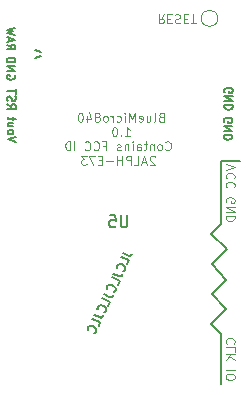
<source format=gbr>
G04 #@! TF.GenerationSoftware,KiCad,Pcbnew,(5.1.9)-1*
G04 #@! TF.CreationDate,2021-01-24T00:06:14-06:00*
G04 #@! TF.ProjectId,BlueMicro840,426c7565-4d69-4637-926f-3834302e6b69,rev?*
G04 #@! TF.SameCoordinates,Original*
G04 #@! TF.FileFunction,Legend,Bot*
G04 #@! TF.FilePolarity,Positive*
%FSLAX46Y46*%
G04 Gerber Fmt 4.6, Leading zero omitted, Abs format (unit mm)*
G04 Created by KiCad (PCBNEW (5.1.9)-1) date 2021-01-24 00:06:14*
%MOMM*%
%LPD*%
G01*
G04 APERTURE LIST*
%ADD10C,0.150000*%
%ADD11C,0.200000*%
%ADD12C,0.100000*%
%ADD13C,0.120000*%
G04 APERTURE END LIST*
D10*
X104095769Y-130426290D02*
X104581291Y-130652693D01*
X104693489Y-130665605D01*
X104788413Y-130631056D01*
X104866061Y-130549045D01*
X104896248Y-130484309D01*
X104473630Y-131390616D02*
X104624565Y-131066935D01*
X103944834Y-130749971D01*
X104122117Y-131975424D02*
X104169579Y-131958149D01*
X104247227Y-131876138D01*
X104277414Y-131811402D01*
X104290327Y-131699204D01*
X104255778Y-131604281D01*
X104206135Y-131541726D01*
X104091756Y-131448984D01*
X103994651Y-131403703D01*
X103850085Y-131375697D01*
X103770255Y-131377878D01*
X103675332Y-131412428D01*
X103597684Y-131494438D01*
X103567497Y-131559175D01*
X103554584Y-131671373D01*
X103571859Y-131718834D01*
X103280720Y-132174169D02*
X103766242Y-132400572D01*
X103878440Y-132413484D01*
X103973363Y-132378935D01*
X104051012Y-132296924D01*
X104081199Y-132232188D01*
X103658580Y-133138496D02*
X103809516Y-132814814D01*
X103129785Y-132497851D01*
X103307068Y-133723303D02*
X103354529Y-133706029D01*
X103432178Y-133624018D01*
X103462365Y-133559281D01*
X103475277Y-133447084D01*
X103440728Y-133352160D01*
X103391085Y-133289605D01*
X103276706Y-133196863D01*
X103179602Y-133151582D01*
X103035036Y-133123577D01*
X102955206Y-133125758D01*
X102860283Y-133160307D01*
X102782634Y-133242318D01*
X102752447Y-133307054D01*
X102739535Y-133419252D01*
X102756809Y-133466714D01*
X102465670Y-133922049D02*
X102951192Y-134148451D01*
X103063390Y-134161364D01*
X103158314Y-134126814D01*
X103235962Y-134044804D01*
X103266149Y-133980067D01*
X102843531Y-134886375D02*
X102994466Y-134562694D01*
X102314735Y-134245730D01*
X102492018Y-135471183D02*
X102539480Y-135453908D01*
X102617128Y-135371897D01*
X102647315Y-135307161D01*
X102660228Y-135194963D01*
X102625679Y-135100040D01*
X102576036Y-135037484D01*
X102461657Y-134944742D01*
X102364552Y-134899462D01*
X102219986Y-134871456D01*
X102140156Y-134873637D01*
X102045233Y-134908186D01*
X101967585Y-134990197D01*
X101937398Y-135054933D01*
X101924485Y-135167131D01*
X101941760Y-135214593D01*
X101650621Y-135669928D02*
X102136143Y-135896331D01*
X102248341Y-135909243D01*
X102343264Y-135874694D01*
X102420913Y-135792683D01*
X102451100Y-135727947D01*
X102028481Y-136634254D02*
X102179417Y-136310573D01*
X101499686Y-135993609D01*
X101676969Y-137219062D02*
X101724430Y-137201787D01*
X101802079Y-137119776D01*
X101832266Y-137055040D01*
X101845178Y-136942842D01*
X101810629Y-136847919D01*
X101760986Y-136785364D01*
X101646607Y-136692622D01*
X101549503Y-136647341D01*
X101404937Y-136619335D01*
X101325107Y-136621516D01*
X101230184Y-136656066D01*
X101152535Y-136738076D01*
X101122348Y-136802813D01*
X101109436Y-136915011D01*
X101126710Y-136962472D01*
D11*
X97179533Y-113399775D02*
X96671533Y-113272775D01*
X97169533Y-113795775D02*
X96661533Y-113922775D01*
D12*
X107692390Y-121660132D02*
X107728104Y-121695846D01*
X107835247Y-121731560D01*
X107906675Y-121731560D01*
X108013818Y-121695846D01*
X108085247Y-121624417D01*
X108120961Y-121552989D01*
X108156675Y-121410132D01*
X108156675Y-121302989D01*
X108120961Y-121160132D01*
X108085247Y-121088703D01*
X108013818Y-121017275D01*
X107906675Y-120981560D01*
X107835247Y-120981560D01*
X107728104Y-121017275D01*
X107692390Y-121052989D01*
X107263818Y-121731560D02*
X107335247Y-121695846D01*
X107370961Y-121660132D01*
X107406675Y-121588703D01*
X107406675Y-121374417D01*
X107370961Y-121302989D01*
X107335247Y-121267275D01*
X107263818Y-121231560D01*
X107156675Y-121231560D01*
X107085247Y-121267275D01*
X107049533Y-121302989D01*
X107013818Y-121374417D01*
X107013818Y-121588703D01*
X107049533Y-121660132D01*
X107085247Y-121695846D01*
X107156675Y-121731560D01*
X107263818Y-121731560D01*
X106692390Y-121231560D02*
X106692390Y-121731560D01*
X106692390Y-121302989D02*
X106656675Y-121267275D01*
X106585247Y-121231560D01*
X106478104Y-121231560D01*
X106406675Y-121267275D01*
X106370961Y-121338703D01*
X106370961Y-121731560D01*
X106120961Y-121231560D02*
X105835247Y-121231560D01*
X106013818Y-120981560D02*
X106013818Y-121624417D01*
X105978104Y-121695846D01*
X105906675Y-121731560D01*
X105835247Y-121731560D01*
X105263818Y-121731560D02*
X105263818Y-121338703D01*
X105299533Y-121267275D01*
X105370961Y-121231560D01*
X105513818Y-121231560D01*
X105585247Y-121267275D01*
X105263818Y-121695846D02*
X105335247Y-121731560D01*
X105513818Y-121731560D01*
X105585247Y-121695846D01*
X105620961Y-121624417D01*
X105620961Y-121552989D01*
X105585247Y-121481560D01*
X105513818Y-121445846D01*
X105335247Y-121445846D01*
X105263818Y-121410132D01*
X104906675Y-121731560D02*
X104906675Y-121231560D01*
X104906675Y-120981560D02*
X104942390Y-121017275D01*
X104906675Y-121052989D01*
X104870961Y-121017275D01*
X104906675Y-120981560D01*
X104906675Y-121052989D01*
X104549533Y-121231560D02*
X104549533Y-121731560D01*
X104549533Y-121302989D02*
X104513818Y-121267275D01*
X104442390Y-121231560D01*
X104335247Y-121231560D01*
X104263818Y-121267275D01*
X104228104Y-121338703D01*
X104228104Y-121731560D01*
X103906675Y-121695846D02*
X103835247Y-121731560D01*
X103692390Y-121731560D01*
X103620961Y-121695846D01*
X103585247Y-121624417D01*
X103585247Y-121588703D01*
X103620961Y-121517275D01*
X103692390Y-121481560D01*
X103799533Y-121481560D01*
X103870961Y-121445846D01*
X103906675Y-121374417D01*
X103906675Y-121338703D01*
X103870961Y-121267275D01*
X103799533Y-121231560D01*
X103692390Y-121231560D01*
X103620961Y-121267275D01*
X102442390Y-121338703D02*
X102692390Y-121338703D01*
X102692390Y-121731560D02*
X102692390Y-120981560D01*
X102335247Y-120981560D01*
X101620961Y-121660132D02*
X101656675Y-121695846D01*
X101763818Y-121731560D01*
X101835247Y-121731560D01*
X101942390Y-121695846D01*
X102013818Y-121624417D01*
X102049533Y-121552989D01*
X102085247Y-121410132D01*
X102085247Y-121302989D01*
X102049533Y-121160132D01*
X102013818Y-121088703D01*
X101942390Y-121017275D01*
X101835247Y-120981560D01*
X101763818Y-120981560D01*
X101656675Y-121017275D01*
X101620961Y-121052989D01*
X100870961Y-121660132D02*
X100906675Y-121695846D01*
X101013818Y-121731560D01*
X101085247Y-121731560D01*
X101192390Y-121695846D01*
X101263818Y-121624417D01*
X101299533Y-121552989D01*
X101335247Y-121410132D01*
X101335247Y-121302989D01*
X101299533Y-121160132D01*
X101263818Y-121088703D01*
X101192390Y-121017275D01*
X101085247Y-120981560D01*
X101013818Y-120981560D01*
X100906675Y-121017275D01*
X100870961Y-121052989D01*
X99978104Y-121731560D02*
X99978104Y-120981560D01*
X99620961Y-121731560D02*
X99620961Y-120981560D01*
X99442390Y-120981560D01*
X99335247Y-121017275D01*
X99263818Y-121088703D01*
X99228104Y-121160132D01*
X99192390Y-121302989D01*
X99192390Y-121410132D01*
X99228104Y-121552989D01*
X99263818Y-121624417D01*
X99335247Y-121695846D01*
X99442390Y-121731560D01*
X99620961Y-121731560D01*
X106799533Y-122277989D02*
X106763818Y-122242275D01*
X106692390Y-122206560D01*
X106513818Y-122206560D01*
X106442390Y-122242275D01*
X106406675Y-122277989D01*
X106370961Y-122349417D01*
X106370961Y-122420846D01*
X106406675Y-122527989D01*
X106835247Y-122956560D01*
X106370961Y-122956560D01*
X106085247Y-122742275D02*
X105728104Y-122742275D01*
X106156675Y-122956560D02*
X105906675Y-122206560D01*
X105656675Y-122956560D01*
X105049533Y-122956560D02*
X105406675Y-122956560D01*
X105406675Y-122206560D01*
X104799533Y-122956560D02*
X104799533Y-122206560D01*
X104513818Y-122206560D01*
X104442390Y-122242275D01*
X104406675Y-122277989D01*
X104370961Y-122349417D01*
X104370961Y-122456560D01*
X104406675Y-122527989D01*
X104442390Y-122563703D01*
X104513818Y-122599417D01*
X104799533Y-122599417D01*
X104049533Y-122956560D02*
X104049533Y-122206560D01*
X104049533Y-122563703D02*
X103620961Y-122563703D01*
X103620961Y-122956560D02*
X103620961Y-122206560D01*
X103263818Y-122670846D02*
X102692390Y-122670846D01*
X102335247Y-122563703D02*
X102085247Y-122563703D01*
X101978104Y-122956560D02*
X102335247Y-122956560D01*
X102335247Y-122206560D01*
X101978104Y-122206560D01*
X101728104Y-122206560D02*
X101228104Y-122206560D01*
X101549533Y-122956560D01*
X101013818Y-122206560D02*
X100549533Y-122206560D01*
X100799533Y-122492275D01*
X100692390Y-122492275D01*
X100620961Y-122527989D01*
X100585247Y-122563703D01*
X100549533Y-122635132D01*
X100549533Y-122813703D01*
X100585247Y-122885132D01*
X100620961Y-122920846D01*
X100692390Y-122956560D01*
X100906675Y-122956560D01*
X100978104Y-122920846D01*
X101013818Y-122885132D01*
X107538247Y-110235489D02*
X107288247Y-110592632D01*
X107109675Y-110235489D02*
X107109675Y-110985489D01*
X107395390Y-110985489D01*
X107466818Y-110949775D01*
X107502533Y-110914060D01*
X107538247Y-110842632D01*
X107538247Y-110735489D01*
X107502533Y-110664060D01*
X107466818Y-110628346D01*
X107395390Y-110592632D01*
X107109675Y-110592632D01*
X107859675Y-110628346D02*
X108109675Y-110628346D01*
X108216818Y-110235489D02*
X107859675Y-110235489D01*
X107859675Y-110985489D01*
X108216818Y-110985489D01*
X108502533Y-110271203D02*
X108609675Y-110235489D01*
X108788247Y-110235489D01*
X108859675Y-110271203D01*
X108895390Y-110306917D01*
X108931104Y-110378346D01*
X108931104Y-110449775D01*
X108895390Y-110521203D01*
X108859675Y-110556917D01*
X108788247Y-110592632D01*
X108645390Y-110628346D01*
X108573961Y-110664060D01*
X108538247Y-110699775D01*
X108502533Y-110771203D01*
X108502533Y-110842632D01*
X108538247Y-110914060D01*
X108573961Y-110949775D01*
X108645390Y-110985489D01*
X108823961Y-110985489D01*
X108931104Y-110949775D01*
X109252533Y-110628346D02*
X109502533Y-110628346D01*
X109609675Y-110235489D02*
X109252533Y-110235489D01*
X109252533Y-110985489D01*
X109609675Y-110985489D01*
X109823961Y-110985489D02*
X110252533Y-110985489D01*
X110038247Y-110235489D02*
X110038247Y-110985489D01*
D11*
X112374033Y-122639775D02*
X113961533Y-122639775D01*
X112374033Y-127973775D02*
X112374033Y-122639775D01*
X111548533Y-128799275D02*
X112374033Y-127973775D01*
X112882033Y-130132775D02*
X111548533Y-128799275D01*
X111612033Y-131402775D02*
X112882033Y-130132775D01*
X112818533Y-132736275D02*
X111612033Y-131402775D01*
X112755033Y-132799775D02*
X112818533Y-132736275D01*
X111612033Y-133942775D02*
X112755033Y-132799775D01*
X112818533Y-135212775D02*
X111612033Y-133942775D01*
X111548533Y-136482775D02*
X112818533Y-135212775D01*
X112374033Y-137308275D02*
X111548533Y-136482775D01*
X112374033Y-141562775D02*
X112374033Y-137308275D01*
D12*
X113467390Y-138100203D02*
X113503104Y-138064489D01*
X113538818Y-137957346D01*
X113538818Y-137885917D01*
X113503104Y-137778775D01*
X113431675Y-137707346D01*
X113360247Y-137671632D01*
X113217390Y-137635917D01*
X113110247Y-137635917D01*
X112967390Y-137671632D01*
X112895961Y-137707346D01*
X112824533Y-137778775D01*
X112788818Y-137885917D01*
X112788818Y-137957346D01*
X112824533Y-138064489D01*
X112860247Y-138100203D01*
X113538818Y-138778775D02*
X113538818Y-138421632D01*
X112788818Y-138421632D01*
X113538818Y-139028775D02*
X112788818Y-139028775D01*
X113538818Y-139457346D02*
X113110247Y-139135917D01*
X112788818Y-139457346D02*
X113217390Y-139028775D01*
X113538818Y-140350203D02*
X112788818Y-140350203D01*
X112788818Y-140850203D02*
X112788818Y-140993060D01*
X112824533Y-141064489D01*
X112895961Y-141135917D01*
X113038818Y-141171632D01*
X113288818Y-141171632D01*
X113431675Y-141135917D01*
X113503104Y-141064489D01*
X113538818Y-140993060D01*
X113538818Y-140850203D01*
X113503104Y-140778775D01*
X113431675Y-140707346D01*
X113288818Y-140671632D01*
X113038818Y-140671632D01*
X112895961Y-140707346D01*
X112824533Y-140778775D01*
X112788818Y-140850203D01*
X107303533Y-118925703D02*
X107196390Y-118961417D01*
X107160675Y-118997132D01*
X107124961Y-119068560D01*
X107124961Y-119175703D01*
X107160675Y-119247132D01*
X107196390Y-119282846D01*
X107267818Y-119318560D01*
X107553533Y-119318560D01*
X107553533Y-118568560D01*
X107303533Y-118568560D01*
X107232104Y-118604275D01*
X107196390Y-118639989D01*
X107160675Y-118711417D01*
X107160675Y-118782846D01*
X107196390Y-118854275D01*
X107232104Y-118889989D01*
X107303533Y-118925703D01*
X107553533Y-118925703D01*
X106696390Y-119318560D02*
X106767818Y-119282846D01*
X106803533Y-119211417D01*
X106803533Y-118568560D01*
X106089247Y-118818560D02*
X106089247Y-119318560D01*
X106410675Y-118818560D02*
X106410675Y-119211417D01*
X106374961Y-119282846D01*
X106303533Y-119318560D01*
X106196390Y-119318560D01*
X106124961Y-119282846D01*
X106089247Y-119247132D01*
X105446390Y-119282846D02*
X105517818Y-119318560D01*
X105660675Y-119318560D01*
X105732104Y-119282846D01*
X105767818Y-119211417D01*
X105767818Y-118925703D01*
X105732104Y-118854275D01*
X105660675Y-118818560D01*
X105517818Y-118818560D01*
X105446390Y-118854275D01*
X105410675Y-118925703D01*
X105410675Y-118997132D01*
X105767818Y-119068560D01*
X105089247Y-119318560D02*
X105089247Y-118568560D01*
X104839247Y-119104275D01*
X104589247Y-118568560D01*
X104589247Y-119318560D01*
X104232104Y-119318560D02*
X104232104Y-118818560D01*
X104232104Y-118568560D02*
X104267818Y-118604275D01*
X104232104Y-118639989D01*
X104196390Y-118604275D01*
X104232104Y-118568560D01*
X104232104Y-118639989D01*
X103553533Y-119282846D02*
X103624961Y-119318560D01*
X103767818Y-119318560D01*
X103839247Y-119282846D01*
X103874961Y-119247132D01*
X103910675Y-119175703D01*
X103910675Y-118961417D01*
X103874961Y-118889989D01*
X103839247Y-118854275D01*
X103767818Y-118818560D01*
X103624961Y-118818560D01*
X103553533Y-118854275D01*
X103232104Y-119318560D02*
X103232104Y-118818560D01*
X103232104Y-118961417D02*
X103196390Y-118889989D01*
X103160675Y-118854275D01*
X103089247Y-118818560D01*
X103017818Y-118818560D01*
X102660675Y-119318560D02*
X102732104Y-119282846D01*
X102767818Y-119247132D01*
X102803533Y-119175703D01*
X102803533Y-118961417D01*
X102767818Y-118889989D01*
X102732104Y-118854275D01*
X102660675Y-118818560D01*
X102553533Y-118818560D01*
X102482104Y-118854275D01*
X102446390Y-118889989D01*
X102410675Y-118961417D01*
X102410675Y-119175703D01*
X102446390Y-119247132D01*
X102482104Y-119282846D01*
X102553533Y-119318560D01*
X102660675Y-119318560D01*
X101982104Y-118889989D02*
X102053533Y-118854275D01*
X102089247Y-118818560D01*
X102124961Y-118747132D01*
X102124961Y-118711417D01*
X102089247Y-118639989D01*
X102053533Y-118604275D01*
X101982104Y-118568560D01*
X101839247Y-118568560D01*
X101767818Y-118604275D01*
X101732104Y-118639989D01*
X101696390Y-118711417D01*
X101696390Y-118747132D01*
X101732104Y-118818560D01*
X101767818Y-118854275D01*
X101839247Y-118889989D01*
X101982104Y-118889989D01*
X102053533Y-118925703D01*
X102089247Y-118961417D01*
X102124961Y-119032846D01*
X102124961Y-119175703D01*
X102089247Y-119247132D01*
X102053533Y-119282846D01*
X101982104Y-119318560D01*
X101839247Y-119318560D01*
X101767818Y-119282846D01*
X101732104Y-119247132D01*
X101696390Y-119175703D01*
X101696390Y-119032846D01*
X101732104Y-118961417D01*
X101767818Y-118925703D01*
X101839247Y-118889989D01*
X101053533Y-118818560D02*
X101053533Y-119318560D01*
X101232104Y-118532846D02*
X101410675Y-119068560D01*
X100946390Y-119068560D01*
X100517818Y-118568560D02*
X100446390Y-118568560D01*
X100374961Y-118604275D01*
X100339247Y-118639989D01*
X100303533Y-118711417D01*
X100267818Y-118854275D01*
X100267818Y-119032846D01*
X100303533Y-119175703D01*
X100339247Y-119247132D01*
X100374961Y-119282846D01*
X100446390Y-119318560D01*
X100517818Y-119318560D01*
X100589247Y-119282846D01*
X100624961Y-119247132D01*
X100660675Y-119175703D01*
X100696390Y-119032846D01*
X100696390Y-118854275D01*
X100660675Y-118711417D01*
X100624961Y-118639989D01*
X100589247Y-118604275D01*
X100517818Y-118568560D01*
X104249961Y-120543560D02*
X104678533Y-120543560D01*
X104464247Y-120543560D02*
X104464247Y-119793560D01*
X104535675Y-119900703D01*
X104607104Y-119972132D01*
X104678533Y-120007846D01*
X103928533Y-120472132D02*
X103892818Y-120507846D01*
X103928533Y-120543560D01*
X103964247Y-120507846D01*
X103928533Y-120472132D01*
X103928533Y-120543560D01*
X103428533Y-119793560D02*
X103357104Y-119793560D01*
X103285675Y-119829275D01*
X103249961Y-119864989D01*
X103214247Y-119936417D01*
X103178533Y-120079275D01*
X103178533Y-120257846D01*
X103214247Y-120400703D01*
X103249961Y-120472132D01*
X103285675Y-120507846D01*
X103357104Y-120543560D01*
X103428533Y-120543560D01*
X103499961Y-120507846D01*
X103535675Y-120472132D01*
X103571390Y-120400703D01*
X103607104Y-120257846D01*
X103607104Y-120079275D01*
X103571390Y-119936417D01*
X103535675Y-119864989D01*
X103499961Y-119829275D01*
X103428533Y-119793560D01*
X112788818Y-122941703D02*
X113538818Y-123191703D01*
X112788818Y-123441703D01*
X113467390Y-124120275D02*
X113503104Y-124084560D01*
X113538818Y-123977417D01*
X113538818Y-123905989D01*
X113503104Y-123798846D01*
X113431675Y-123727417D01*
X113360247Y-123691703D01*
X113217390Y-123655989D01*
X113110247Y-123655989D01*
X112967390Y-123691703D01*
X112895961Y-123727417D01*
X112824533Y-123798846D01*
X112788818Y-123905989D01*
X112788818Y-123977417D01*
X112824533Y-124084560D01*
X112860247Y-124120275D01*
X113467390Y-124870275D02*
X113503104Y-124834560D01*
X113538818Y-124727417D01*
X113538818Y-124655989D01*
X113503104Y-124548846D01*
X113431675Y-124477417D01*
X113360247Y-124441703D01*
X113217390Y-124405989D01*
X113110247Y-124405989D01*
X112967390Y-124441703D01*
X112895961Y-124477417D01*
X112824533Y-124548846D01*
X112788818Y-124655989D01*
X112788818Y-124727417D01*
X112824533Y-124834560D01*
X112860247Y-124870275D01*
X112824533Y-126155989D02*
X112788818Y-126084560D01*
X112788818Y-125977417D01*
X112824533Y-125870275D01*
X112895961Y-125798846D01*
X112967390Y-125763132D01*
X113110247Y-125727417D01*
X113217390Y-125727417D01*
X113360247Y-125763132D01*
X113431675Y-125798846D01*
X113503104Y-125870275D01*
X113538818Y-125977417D01*
X113538818Y-126048846D01*
X113503104Y-126155989D01*
X113467390Y-126191703D01*
X113217390Y-126191703D01*
X113217390Y-126048846D01*
X113538818Y-126513132D02*
X112788818Y-126513132D01*
X113538818Y-126941703D01*
X112788818Y-126941703D01*
X113538818Y-127298846D02*
X112788818Y-127298846D01*
X112788818Y-127477417D01*
X112824533Y-127584560D01*
X112895961Y-127655989D01*
X112967390Y-127691703D01*
X113110247Y-127727417D01*
X113217390Y-127727417D01*
X113360247Y-127691703D01*
X113431675Y-127655989D01*
X113503104Y-127584560D01*
X113538818Y-127477417D01*
X113538818Y-127298846D01*
D13*
X112121533Y-110574775D02*
G75*
G03*
X112121533Y-110574775I-700000J0D01*
G01*
D10*
X104477037Y-127248355D02*
X104477037Y-128057879D01*
X104429418Y-128153117D01*
X104381799Y-128200736D01*
X104286561Y-128248355D01*
X104096085Y-128248355D01*
X104000847Y-128200736D01*
X103953228Y-128153117D01*
X103905609Y-128057879D01*
X103905609Y-127248355D01*
X102953228Y-127248355D02*
X103429418Y-127248355D01*
X103477037Y-127724546D01*
X103429418Y-127676927D01*
X103334180Y-127629308D01*
X103096085Y-127629308D01*
X103000847Y-127676927D01*
X102953228Y-127724546D01*
X102905609Y-127819784D01*
X102905609Y-128057879D01*
X102953228Y-128153117D01*
X103000847Y-128200736D01*
X103096085Y-128248355D01*
X103334180Y-128248355D01*
X103429418Y-128200736D01*
X103477037Y-128153117D01*
X112722533Y-116835941D02*
X112689199Y-116769275D01*
X112689199Y-116669275D01*
X112722533Y-116569275D01*
X112789199Y-116502608D01*
X112855866Y-116469275D01*
X112989199Y-116435941D01*
X113089199Y-116435941D01*
X113222533Y-116469275D01*
X113289199Y-116502608D01*
X113355866Y-116569275D01*
X113389199Y-116669275D01*
X113389199Y-116735941D01*
X113355866Y-116835941D01*
X113322533Y-116869275D01*
X113089199Y-116869275D01*
X113089199Y-116735941D01*
X113389199Y-117169275D02*
X112689199Y-117169275D01*
X113389199Y-117569275D01*
X112689199Y-117569275D01*
X113389199Y-117902608D02*
X112689199Y-117902608D01*
X112689199Y-118069275D01*
X112722533Y-118169275D01*
X112789199Y-118235941D01*
X112855866Y-118269275D01*
X112989199Y-118302608D01*
X113089199Y-118302608D01*
X113222533Y-118269275D01*
X113289199Y-118235941D01*
X113355866Y-118169275D01*
X113389199Y-118069275D01*
X113389199Y-117902608D01*
X112659033Y-119375941D02*
X112625699Y-119309275D01*
X112625699Y-119209275D01*
X112659033Y-119109275D01*
X112725699Y-119042608D01*
X112792366Y-119009275D01*
X112925699Y-118975941D01*
X113025699Y-118975941D01*
X113159033Y-119009275D01*
X113225699Y-119042608D01*
X113292366Y-119109275D01*
X113325699Y-119209275D01*
X113325699Y-119275941D01*
X113292366Y-119375941D01*
X113259033Y-119409275D01*
X113025699Y-119409275D01*
X113025699Y-119275941D01*
X113325699Y-119709275D02*
X112625699Y-119709275D01*
X113325699Y-120109275D01*
X112625699Y-120109275D01*
X113325699Y-120442608D02*
X112625699Y-120442608D01*
X112625699Y-120609275D01*
X112659033Y-120709275D01*
X112725699Y-120775941D01*
X112792366Y-120809275D01*
X112925699Y-120842608D01*
X113025699Y-120842608D01*
X113159033Y-120809275D01*
X113225699Y-120775941D01*
X113292366Y-120709275D01*
X113325699Y-120609275D01*
X113325699Y-120442608D01*
X95044866Y-121059441D02*
X94344866Y-120826108D01*
X95044866Y-120592775D01*
X94344866Y-120259441D02*
X94378199Y-120326108D01*
X94411533Y-120359441D01*
X94478199Y-120392775D01*
X94678199Y-120392775D01*
X94744866Y-120359441D01*
X94778199Y-120326108D01*
X94811533Y-120259441D01*
X94811533Y-120159441D01*
X94778199Y-120092775D01*
X94744866Y-120059441D01*
X94678199Y-120026108D01*
X94478199Y-120026108D01*
X94411533Y-120059441D01*
X94378199Y-120092775D01*
X94344866Y-120159441D01*
X94344866Y-120259441D01*
X94811533Y-119426108D02*
X94344866Y-119426108D01*
X94811533Y-119726108D02*
X94444866Y-119726108D01*
X94378199Y-119692775D01*
X94344866Y-119626108D01*
X94344866Y-119526108D01*
X94378199Y-119459441D01*
X94411533Y-119426108D01*
X94811533Y-119192775D02*
X94811533Y-118926108D01*
X95044866Y-119092775D02*
X94444866Y-119092775D01*
X94378199Y-119059441D01*
X94344866Y-118992775D01*
X94344866Y-118926108D01*
X94294866Y-117826108D02*
X94628199Y-118059441D01*
X94294866Y-118226108D02*
X94994866Y-118226108D01*
X94994866Y-117959441D01*
X94961533Y-117892775D01*
X94928199Y-117859441D01*
X94861533Y-117826108D01*
X94761533Y-117826108D01*
X94694866Y-117859441D01*
X94661533Y-117892775D01*
X94628199Y-117959441D01*
X94628199Y-118226108D01*
X94328199Y-117559441D02*
X94294866Y-117459441D01*
X94294866Y-117292775D01*
X94328199Y-117226108D01*
X94361533Y-117192775D01*
X94428199Y-117159441D01*
X94494866Y-117159441D01*
X94561533Y-117192775D01*
X94594866Y-117226108D01*
X94628199Y-117292775D01*
X94661533Y-117426108D01*
X94694866Y-117492775D01*
X94728199Y-117526108D01*
X94794866Y-117559441D01*
X94861533Y-117559441D01*
X94928199Y-117526108D01*
X94961533Y-117492775D01*
X94994866Y-117426108D01*
X94994866Y-117259441D01*
X94961533Y-117159441D01*
X94994866Y-116959441D02*
X94994866Y-116559441D01*
X94294866Y-116759441D02*
X94994866Y-116759441D01*
X94921533Y-115366108D02*
X94954866Y-115432775D01*
X94954866Y-115532775D01*
X94921533Y-115632775D01*
X94854866Y-115699441D01*
X94788199Y-115732775D01*
X94654866Y-115766108D01*
X94554866Y-115766108D01*
X94421533Y-115732775D01*
X94354866Y-115699441D01*
X94288199Y-115632775D01*
X94254866Y-115532775D01*
X94254866Y-115466108D01*
X94288199Y-115366108D01*
X94321533Y-115332775D01*
X94554866Y-115332775D01*
X94554866Y-115466108D01*
X94254866Y-115032775D02*
X94954866Y-115032775D01*
X94254866Y-114632775D01*
X94954866Y-114632775D01*
X94254866Y-114299441D02*
X94954866Y-114299441D01*
X94954866Y-114132775D01*
X94921533Y-114032775D01*
X94854866Y-113966108D01*
X94788199Y-113932775D01*
X94654866Y-113899441D01*
X94554866Y-113899441D01*
X94421533Y-113932775D01*
X94354866Y-113966108D01*
X94288199Y-114032775D01*
X94254866Y-114132775D01*
X94254866Y-114299441D01*
X94274866Y-112796108D02*
X94608199Y-113029441D01*
X94274866Y-113196108D02*
X94974866Y-113196108D01*
X94974866Y-112929441D01*
X94941533Y-112862775D01*
X94908199Y-112829441D01*
X94841533Y-112796108D01*
X94741533Y-112796108D01*
X94674866Y-112829441D01*
X94641533Y-112862775D01*
X94608199Y-112929441D01*
X94608199Y-113196108D01*
X94474866Y-112529441D02*
X94474866Y-112196108D01*
X94274866Y-112596108D02*
X94974866Y-112362775D01*
X94274866Y-112129441D01*
X94974866Y-111962775D02*
X94274866Y-111796108D01*
X94774866Y-111662775D01*
X94274866Y-111529441D01*
X94974866Y-111362775D01*
M02*

</source>
